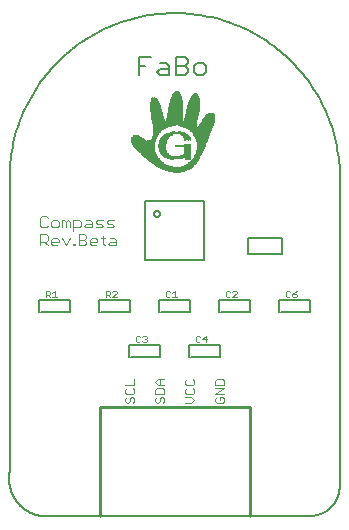
<source format=gto>
G75*
%MOIN*%
%OFA0B0*%
%FSLAX25Y25*%
%IPPOS*%
%LPD*%
%AMOC8*
5,1,8,0,0,1.08239X$1,22.5*
%
%ADD10C,0.00300*%
%ADD11C,0.00500*%
%ADD12C,0.01000*%
%ADD13R,0.00100X0.01100*%
%ADD14R,0.00100X0.01600*%
%ADD15R,0.00100X0.01900*%
%ADD16R,0.00100X0.02200*%
%ADD17R,0.00100X0.02500*%
%ADD18R,0.00100X0.02800*%
%ADD19R,0.00100X0.03100*%
%ADD20R,0.00100X0.03300*%
%ADD21R,0.00100X0.03500*%
%ADD22R,0.00100X0.03700*%
%ADD23R,0.00100X0.03800*%
%ADD24R,0.00100X0.04100*%
%ADD25R,0.00100X0.04200*%
%ADD26R,0.00100X0.04400*%
%ADD27R,0.00100X0.04500*%
%ADD28R,0.00100X0.04700*%
%ADD29R,0.00100X0.04900*%
%ADD30R,0.00100X0.05000*%
%ADD31R,0.00100X0.05100*%
%ADD32R,0.00100X0.05200*%
%ADD33R,0.00100X0.05300*%
%ADD34R,0.00100X0.05400*%
%ADD35R,0.00100X0.05500*%
%ADD36R,0.00100X0.05600*%
%ADD37R,0.00100X0.05700*%
%ADD38R,0.00100X0.05800*%
%ADD39R,0.00100X0.05900*%
%ADD40R,0.00100X0.06000*%
%ADD41R,0.00100X0.06100*%
%ADD42R,0.00100X0.06200*%
%ADD43R,0.00100X0.06300*%
%ADD44R,0.00100X0.06400*%
%ADD45R,0.00100X0.06500*%
%ADD46R,0.00100X0.06600*%
%ADD47R,0.00100X0.06700*%
%ADD48R,0.00100X0.06800*%
%ADD49R,0.00100X0.06900*%
%ADD50R,0.00100X0.07100*%
%ADD51R,0.00100X0.07200*%
%ADD52R,0.00100X0.03200*%
%ADD53R,0.00100X0.07400*%
%ADD54R,0.00100X0.07600*%
%ADD55R,0.00100X0.07800*%
%ADD56R,0.00100X0.08000*%
%ADD57R,0.00100X0.08100*%
%ADD58R,0.00100X0.07700*%
%ADD59R,0.00100X0.08300*%
%ADD60R,0.00100X0.08500*%
%ADD61R,0.00100X0.08800*%
%ADD62R,0.00100X0.09000*%
%ADD63R,0.00100X0.09100*%
%ADD64R,0.00100X0.09600*%
%ADD65R,0.00100X0.10100*%
%ADD66R,0.00100X0.10300*%
%ADD67R,0.00100X0.22300*%
%ADD68R,0.00100X0.22400*%
%ADD69R,0.00100X0.22500*%
%ADD70R,0.00100X0.15600*%
%ADD71R,0.00100X0.15000*%
%ADD72R,0.00100X0.14500*%
%ADD73R,0.00100X0.14200*%
%ADD74R,0.00100X0.13600*%
%ADD75R,0.00100X0.13300*%
%ADD76R,0.00100X0.04000*%
%ADD77R,0.00100X0.13000*%
%ADD78R,0.00100X0.12600*%
%ADD79R,0.00100X0.12400*%
%ADD80R,0.00100X0.12000*%
%ADD81R,0.00100X0.03400*%
%ADD82R,0.00100X0.11700*%
%ADD83R,0.00100X0.11400*%
%ADD84R,0.00100X0.11100*%
%ADD85R,0.00100X0.10800*%
%ADD86R,0.00100X0.03000*%
%ADD87R,0.00100X0.10500*%
%ADD88R,0.00100X0.01400*%
%ADD89R,0.00100X0.02900*%
%ADD90R,0.00100X0.09800*%
%ADD91R,0.00100X0.09500*%
%ADD92R,0.00100X0.03900*%
%ADD93R,0.00100X0.04300*%
%ADD94R,0.00100X0.02700*%
%ADD95R,0.00100X0.08200*%
%ADD96R,0.00100X0.02600*%
%ADD97R,0.00100X0.02400*%
%ADD98R,0.00100X0.04600*%
%ADD99R,0.00100X0.07000*%
%ADD100R,0.00100X0.02300*%
%ADD101R,0.00100X0.07300*%
%ADD102R,0.00100X0.02100*%
%ADD103R,0.00100X0.02000*%
%ADD104R,0.00100X0.03600*%
%ADD105R,0.00100X0.01800*%
%ADD106R,0.00100X0.01700*%
%ADD107R,0.00100X0.01500*%
%ADD108R,0.00100X0.07500*%
%ADD109R,0.00100X0.08400*%
%ADD110R,0.00100X0.08700*%
%ADD111R,0.00100X0.01300*%
%ADD112R,0.00100X0.01200*%
%ADD113R,0.00100X0.09200*%
%ADD114R,0.00100X0.09700*%
%ADD115R,0.00100X0.09900*%
%ADD116R,0.00100X0.01000*%
%ADD117R,0.00100X0.10600*%
%ADD118R,0.00100X0.10900*%
%ADD119R,0.00100X0.11000*%
%ADD120R,0.00100X0.00900*%
%ADD121R,0.00100X0.11200*%
%ADD122R,0.00100X0.11300*%
%ADD123R,0.00100X0.11500*%
%ADD124R,0.00100X0.11600*%
%ADD125R,0.00100X0.10000*%
%ADD126R,0.00100X0.09400*%
%ADD127R,0.00100X0.08900*%
%ADD128R,0.00100X0.04800*%
%ADD129R,0.00100X0.07900*%
%ADD130R,0.00100X0.00800*%
%ADD131R,0.00100X0.00500*%
%ADD132R,0.00100X0.12200*%
%ADD133R,0.00100X0.12900*%
%ADD134R,0.00100X0.13100*%
%ADD135R,0.00100X0.13400*%
%ADD136R,0.00100X0.13800*%
%ADD137R,0.00100X0.14000*%
%ADD138R,0.00100X0.14700*%
%ADD139R,0.00100X0.14900*%
%ADD140R,0.00100X0.15200*%
%ADD141R,0.00100X0.10200*%
%ADD142R,0.00100X0.08600*%
%ADD143R,0.00100X0.10700*%
%ADD144R,0.00100X0.10400*%
%ADD145R,0.00100X0.09300*%
%ADD146C,0.00600*%
%ADD147C,0.00200*%
D10*
X0040831Y0039450D02*
X0040348Y0039934D01*
X0040348Y0040901D01*
X0040831Y0041385D01*
X0040831Y0042397D02*
X0042766Y0042397D01*
X0043250Y0042880D01*
X0043250Y0043848D01*
X0042766Y0044331D01*
X0043250Y0045343D02*
X0043250Y0047278D01*
X0043250Y0045343D02*
X0040348Y0045343D01*
X0040831Y0044331D02*
X0040348Y0043848D01*
X0040348Y0042880D01*
X0040831Y0042397D01*
X0042283Y0041385D02*
X0041799Y0040901D01*
X0041799Y0039934D01*
X0041315Y0039450D01*
X0040831Y0039450D01*
X0042766Y0039450D02*
X0043250Y0039934D01*
X0043250Y0040901D01*
X0042766Y0041385D01*
X0042283Y0041385D01*
X0050348Y0040901D02*
X0050348Y0039934D01*
X0050831Y0039450D01*
X0051315Y0039450D01*
X0051799Y0039934D01*
X0051799Y0040901D01*
X0052283Y0041385D01*
X0052766Y0041385D01*
X0053250Y0040901D01*
X0053250Y0039934D01*
X0052766Y0039450D01*
X0050831Y0041385D02*
X0050348Y0040901D01*
X0050348Y0042397D02*
X0050348Y0043848D01*
X0050831Y0044331D01*
X0052766Y0044331D01*
X0053250Y0043848D01*
X0053250Y0042397D01*
X0050348Y0042397D01*
X0051315Y0045343D02*
X0050348Y0046311D01*
X0051315Y0047278D01*
X0053250Y0047278D01*
X0051799Y0047278D02*
X0051799Y0045343D01*
X0051315Y0045343D02*
X0053250Y0045343D01*
X0060348Y0045827D02*
X0060831Y0045343D01*
X0062766Y0045343D01*
X0063250Y0045827D01*
X0063250Y0046794D01*
X0062766Y0047278D01*
X0060831Y0047278D02*
X0060348Y0046794D01*
X0060348Y0045827D01*
X0060831Y0044331D02*
X0060348Y0043848D01*
X0060348Y0042880D01*
X0060831Y0042397D01*
X0062766Y0042397D01*
X0063250Y0042880D01*
X0063250Y0043848D01*
X0062766Y0044331D01*
X0062283Y0041385D02*
X0060348Y0041385D01*
X0062283Y0041385D02*
X0063250Y0040417D01*
X0062283Y0039450D01*
X0060348Y0039450D01*
X0070348Y0039934D02*
X0070831Y0039450D01*
X0072766Y0039450D01*
X0073250Y0039934D01*
X0073250Y0040901D01*
X0072766Y0041385D01*
X0071799Y0041385D01*
X0071799Y0040417D01*
X0070831Y0041385D02*
X0070348Y0040901D01*
X0070348Y0039934D01*
X0070348Y0042397D02*
X0073250Y0044331D01*
X0070348Y0044331D01*
X0070348Y0045343D02*
X0070348Y0046794D01*
X0070831Y0047278D01*
X0072766Y0047278D01*
X0073250Y0046794D01*
X0073250Y0045343D01*
X0070348Y0045343D01*
X0070348Y0042397D02*
X0073250Y0042397D01*
X0037131Y0091950D02*
X0035280Y0091950D01*
X0034663Y0092567D01*
X0035280Y0093184D01*
X0037131Y0093184D01*
X0037131Y0093802D02*
X0037131Y0091950D01*
X0037131Y0093802D02*
X0036514Y0094419D01*
X0035280Y0094419D01*
X0033442Y0094419D02*
X0032207Y0094419D01*
X0032824Y0095036D02*
X0032824Y0092567D01*
X0033442Y0091950D01*
X0030993Y0093184D02*
X0030993Y0093802D01*
X0030376Y0094419D01*
X0029141Y0094419D01*
X0028524Y0093802D01*
X0028524Y0092567D01*
X0029141Y0091950D01*
X0030376Y0091950D01*
X0030993Y0093184D02*
X0028524Y0093184D01*
X0027310Y0093184D02*
X0027310Y0092567D01*
X0026693Y0091950D01*
X0024841Y0091950D01*
X0024841Y0095653D01*
X0026693Y0095653D01*
X0027310Y0095036D01*
X0027310Y0094419D01*
X0026693Y0093802D01*
X0024841Y0093802D01*
X0023617Y0092567D02*
X0023617Y0091950D01*
X0022999Y0091950D01*
X0022999Y0092567D01*
X0023617Y0092567D01*
X0021785Y0094419D02*
X0020551Y0091950D01*
X0019316Y0094419D01*
X0018102Y0093802D02*
X0018102Y0093184D01*
X0015633Y0093184D01*
X0015633Y0092567D02*
X0015633Y0093802D01*
X0016250Y0094419D01*
X0017485Y0094419D01*
X0018102Y0093802D01*
X0017485Y0091950D02*
X0016250Y0091950D01*
X0015633Y0092567D01*
X0014419Y0091950D02*
X0013184Y0093184D01*
X0013802Y0093184D02*
X0014419Y0093802D01*
X0014419Y0095036D01*
X0013802Y0095653D01*
X0011950Y0095653D01*
X0011950Y0091950D01*
X0011950Y0093184D02*
X0013802Y0093184D01*
X0013802Y0097950D02*
X0012567Y0097950D01*
X0011950Y0098567D01*
X0011950Y0101036D01*
X0012567Y0101653D01*
X0013802Y0101653D01*
X0014419Y0101036D01*
X0015633Y0099802D02*
X0015633Y0098567D01*
X0016250Y0097950D01*
X0017485Y0097950D01*
X0018102Y0098567D01*
X0018102Y0099802D01*
X0017485Y0100419D01*
X0016250Y0100419D01*
X0015633Y0099802D01*
X0014419Y0098567D02*
X0013802Y0097950D01*
X0019316Y0097950D02*
X0019316Y0100419D01*
X0019933Y0100419D01*
X0020551Y0099802D01*
X0021168Y0100419D01*
X0021785Y0099802D01*
X0021785Y0097950D01*
X0022999Y0097950D02*
X0024851Y0097950D01*
X0025468Y0098567D01*
X0025468Y0099802D01*
X0024851Y0100419D01*
X0022999Y0100419D01*
X0022999Y0096716D01*
X0020551Y0097950D02*
X0020551Y0099802D01*
X0026683Y0098567D02*
X0027300Y0099184D01*
X0029151Y0099184D01*
X0029151Y0099802D02*
X0029151Y0097950D01*
X0027300Y0097950D01*
X0026683Y0098567D01*
X0027300Y0100419D02*
X0028534Y0100419D01*
X0029151Y0099802D01*
X0030366Y0099802D02*
X0030983Y0100419D01*
X0032834Y0100419D01*
X0034049Y0099802D02*
X0034666Y0100419D01*
X0036518Y0100419D01*
X0035900Y0099184D02*
X0036518Y0098567D01*
X0035900Y0097950D01*
X0034049Y0097950D01*
X0032834Y0098567D02*
X0032217Y0099184D01*
X0030983Y0099184D01*
X0030366Y0099802D01*
X0030366Y0097950D02*
X0032217Y0097950D01*
X0032834Y0098567D01*
X0034049Y0099802D02*
X0034666Y0099184D01*
X0035900Y0099184D01*
X0027310Y0093184D02*
X0026693Y0093802D01*
D11*
X0001800Y0116800D02*
X0001800Y0016800D01*
X0011800Y0001800D02*
X0101800Y0001800D01*
X0102042Y0001803D01*
X0102283Y0001812D01*
X0102524Y0001826D01*
X0102765Y0001847D01*
X0103005Y0001873D01*
X0103245Y0001905D01*
X0103484Y0001943D01*
X0103721Y0001986D01*
X0103958Y0002036D01*
X0104193Y0002091D01*
X0104427Y0002151D01*
X0104659Y0002218D01*
X0104890Y0002289D01*
X0105119Y0002367D01*
X0105346Y0002450D01*
X0105571Y0002538D01*
X0105794Y0002632D01*
X0106014Y0002731D01*
X0106232Y0002836D01*
X0106447Y0002945D01*
X0106660Y0003060D01*
X0106870Y0003180D01*
X0107076Y0003305D01*
X0107280Y0003435D01*
X0107481Y0003570D01*
X0107678Y0003710D01*
X0107872Y0003854D01*
X0108062Y0004003D01*
X0108248Y0004157D01*
X0108431Y0004315D01*
X0108610Y0004477D01*
X0108785Y0004644D01*
X0108956Y0004815D01*
X0109123Y0004990D01*
X0109285Y0005169D01*
X0109443Y0005352D01*
X0109597Y0005538D01*
X0109746Y0005728D01*
X0109890Y0005922D01*
X0110030Y0006119D01*
X0110165Y0006320D01*
X0110295Y0006524D01*
X0110420Y0006730D01*
X0110540Y0006940D01*
X0110655Y0007153D01*
X0110764Y0007368D01*
X0110869Y0007586D01*
X0110968Y0007806D01*
X0111062Y0008029D01*
X0111150Y0008254D01*
X0111233Y0008481D01*
X0111311Y0008710D01*
X0111382Y0008941D01*
X0111449Y0009173D01*
X0111509Y0009407D01*
X0111564Y0009642D01*
X0111614Y0009879D01*
X0111657Y0010116D01*
X0111695Y0010355D01*
X0111727Y0010595D01*
X0111753Y0010835D01*
X0111774Y0011076D01*
X0111788Y0011317D01*
X0111797Y0011558D01*
X0111800Y0011800D01*
X0111800Y0111800D01*
X0092509Y0094359D02*
X0092509Y0089241D01*
X0081091Y0089241D01*
X0081091Y0094359D01*
X0092509Y0094359D01*
X0091682Y0073769D02*
X0091682Y0069831D01*
X0092076Y0069831D02*
X0101918Y0069831D01*
X0101918Y0073769D01*
X0091682Y0073769D01*
X0081918Y0073769D02*
X0081918Y0069831D01*
X0072076Y0069831D01*
X0071682Y0069831D02*
X0071682Y0073769D01*
X0081918Y0073769D01*
X0071918Y0058769D02*
X0061682Y0058769D01*
X0061682Y0054831D01*
X0062076Y0054831D02*
X0071918Y0054831D01*
X0071918Y0058769D01*
X0061918Y0069831D02*
X0061918Y0073769D01*
X0051682Y0073769D01*
X0051682Y0069831D01*
X0052076Y0069831D02*
X0061918Y0069831D01*
X0051918Y0058769D02*
X0051918Y0054831D01*
X0042076Y0054831D01*
X0041682Y0054831D02*
X0041682Y0058769D01*
X0051918Y0058769D01*
X0041918Y0069831D02*
X0041918Y0073769D01*
X0031682Y0073769D01*
X0031682Y0069831D01*
X0032076Y0069831D02*
X0041918Y0069831D01*
X0046957Y0086957D02*
X0066643Y0086957D01*
X0066643Y0106643D01*
X0046957Y0106643D01*
X0046957Y0086957D01*
X0049910Y0102509D02*
X0049912Y0102571D01*
X0049918Y0102634D01*
X0049928Y0102695D01*
X0049942Y0102756D01*
X0049959Y0102816D01*
X0049980Y0102875D01*
X0050006Y0102932D01*
X0050034Y0102987D01*
X0050066Y0103041D01*
X0050102Y0103092D01*
X0050140Y0103142D01*
X0050182Y0103188D01*
X0050226Y0103232D01*
X0050274Y0103273D01*
X0050323Y0103311D01*
X0050375Y0103345D01*
X0050429Y0103376D01*
X0050485Y0103404D01*
X0050543Y0103428D01*
X0050602Y0103449D01*
X0050662Y0103465D01*
X0050723Y0103478D01*
X0050785Y0103487D01*
X0050847Y0103492D01*
X0050910Y0103493D01*
X0050972Y0103490D01*
X0051034Y0103483D01*
X0051096Y0103472D01*
X0051156Y0103457D01*
X0051216Y0103439D01*
X0051274Y0103417D01*
X0051331Y0103391D01*
X0051386Y0103361D01*
X0051439Y0103328D01*
X0051490Y0103292D01*
X0051538Y0103253D01*
X0051584Y0103210D01*
X0051627Y0103165D01*
X0051667Y0103117D01*
X0051704Y0103067D01*
X0051738Y0103014D01*
X0051769Y0102960D01*
X0051795Y0102904D01*
X0051819Y0102846D01*
X0051838Y0102786D01*
X0051854Y0102726D01*
X0051866Y0102664D01*
X0051874Y0102603D01*
X0051878Y0102540D01*
X0051878Y0102478D01*
X0051874Y0102415D01*
X0051866Y0102354D01*
X0051854Y0102292D01*
X0051838Y0102232D01*
X0051819Y0102172D01*
X0051795Y0102114D01*
X0051769Y0102058D01*
X0051738Y0102004D01*
X0051704Y0101951D01*
X0051667Y0101901D01*
X0051627Y0101853D01*
X0051584Y0101808D01*
X0051538Y0101765D01*
X0051490Y0101726D01*
X0051439Y0101690D01*
X0051386Y0101657D01*
X0051331Y0101627D01*
X0051274Y0101601D01*
X0051216Y0101579D01*
X0051156Y0101561D01*
X0051096Y0101546D01*
X0051034Y0101535D01*
X0050972Y0101528D01*
X0050910Y0101525D01*
X0050847Y0101526D01*
X0050785Y0101531D01*
X0050723Y0101540D01*
X0050662Y0101553D01*
X0050602Y0101569D01*
X0050543Y0101590D01*
X0050485Y0101614D01*
X0050429Y0101642D01*
X0050375Y0101673D01*
X0050323Y0101707D01*
X0050274Y0101745D01*
X0050226Y0101786D01*
X0050182Y0101830D01*
X0050140Y0101876D01*
X0050102Y0101926D01*
X0050066Y0101977D01*
X0050034Y0102031D01*
X0050006Y0102086D01*
X0049980Y0102143D01*
X0049959Y0102202D01*
X0049942Y0102262D01*
X0049928Y0102323D01*
X0049918Y0102384D01*
X0049912Y0102447D01*
X0049910Y0102509D01*
X0001800Y0116800D02*
X0001877Y0118139D01*
X0001987Y0119475D01*
X0002129Y0120808D01*
X0002304Y0122137D01*
X0002511Y0123462D01*
X0002750Y0124781D01*
X0003021Y0126095D01*
X0003324Y0127401D01*
X0003659Y0128699D01*
X0004026Y0129989D01*
X0004423Y0131269D01*
X0004852Y0132540D01*
X0005312Y0133799D01*
X0005802Y0135047D01*
X0006322Y0136283D01*
X0006872Y0137505D01*
X0007452Y0138714D01*
X0008061Y0139909D01*
X0008699Y0141088D01*
X0009366Y0142251D01*
X0010061Y0143398D01*
X0010783Y0144528D01*
X0011533Y0145639D01*
X0012309Y0146732D01*
X0013112Y0147806D01*
X0013941Y0148860D01*
X0014795Y0149893D01*
X0015675Y0150906D01*
X0016578Y0151896D01*
X0017506Y0152865D01*
X0018456Y0153810D01*
X0019430Y0154732D01*
X0020426Y0155630D01*
X0021443Y0156504D01*
X0022481Y0157352D01*
X0023539Y0158175D01*
X0024618Y0158972D01*
X0025715Y0159742D01*
X0026831Y0160486D01*
X0027964Y0161202D01*
X0029115Y0161890D01*
X0030282Y0162550D01*
X0031465Y0163182D01*
X0032663Y0163784D01*
X0033875Y0164357D01*
X0035101Y0164901D01*
X0036339Y0165414D01*
X0037590Y0165897D01*
X0038852Y0166349D01*
X0040125Y0166771D01*
X0041408Y0167162D01*
X0042699Y0167521D01*
X0044000Y0167848D01*
X0045307Y0168144D01*
X0046622Y0168408D01*
X0047943Y0168640D01*
X0049268Y0168839D01*
X0050599Y0169007D01*
X0051933Y0169141D01*
X0053270Y0169244D01*
X0054609Y0169313D01*
X0055949Y0169350D01*
X0057290Y0169355D01*
X0058630Y0169327D01*
X0059970Y0169266D01*
X0061307Y0169172D01*
X0062642Y0169046D01*
X0063973Y0168888D01*
X0065300Y0168697D01*
X0066623Y0168474D01*
X0067939Y0168218D01*
X0069248Y0167931D01*
X0070551Y0167612D01*
X0071845Y0167262D01*
X0073130Y0166879D01*
X0074406Y0166466D01*
X0075671Y0166022D01*
X0076925Y0165547D01*
X0078167Y0165042D01*
X0079396Y0164507D01*
X0080612Y0163941D01*
X0081813Y0163347D01*
X0083000Y0162723D01*
X0084172Y0162071D01*
X0085327Y0161390D01*
X0086465Y0160682D01*
X0087586Y0159945D01*
X0088688Y0159182D01*
X0089772Y0158392D01*
X0090836Y0157576D01*
X0091879Y0156735D01*
X0092902Y0155868D01*
X0093904Y0154977D01*
X0094883Y0154061D01*
X0095840Y0153122D01*
X0096774Y0152160D01*
X0097684Y0151175D01*
X0098570Y0150169D01*
X0099431Y0149141D01*
X0100267Y0148092D01*
X0101077Y0147024D01*
X0101860Y0145936D01*
X0102617Y0144829D01*
X0103347Y0143705D01*
X0104049Y0142562D01*
X0104724Y0141403D01*
X0105369Y0140228D01*
X0105986Y0139038D01*
X0106574Y0137833D01*
X0107133Y0136614D01*
X0107661Y0135382D01*
X0108159Y0134137D01*
X0108627Y0132880D01*
X0109064Y0131613D01*
X0109470Y0130335D01*
X0109845Y0129048D01*
X0110188Y0127752D01*
X0110500Y0126447D01*
X0110780Y0125136D01*
X0111028Y0123819D01*
X0111244Y0122495D01*
X0111427Y0121167D01*
X0111578Y0119835D01*
X0111697Y0118499D01*
X0111783Y0117161D01*
X0111836Y0115821D01*
X0111857Y0114481D01*
X0111845Y0113140D01*
X0111800Y0111800D01*
X0021918Y0073769D02*
X0021918Y0069831D01*
X0012076Y0069831D01*
X0011682Y0069831D02*
X0011682Y0073769D01*
X0021918Y0073769D01*
X0001800Y0016800D02*
X0001743Y0016497D01*
X0001693Y0016193D01*
X0001651Y0015888D01*
X0001617Y0015582D01*
X0001589Y0015275D01*
X0001569Y0014968D01*
X0001557Y0014660D01*
X0001552Y0014352D01*
X0001555Y0014044D01*
X0001564Y0013736D01*
X0001582Y0013428D01*
X0001607Y0013121D01*
X0001639Y0012815D01*
X0001678Y0012509D01*
X0001725Y0012205D01*
X0001780Y0011902D01*
X0001841Y0011600D01*
X0001910Y0011300D01*
X0001986Y0011001D01*
X0002070Y0010704D01*
X0002160Y0010410D01*
X0002258Y0010118D01*
X0002362Y0009828D01*
X0002474Y0009541D01*
X0002592Y0009256D01*
X0002717Y0008975D01*
X0002849Y0008697D01*
X0002988Y0008422D01*
X0003134Y0008150D01*
X0003285Y0007882D01*
X0003444Y0007618D01*
X0003608Y0007357D01*
X0003779Y0007101D01*
X0003956Y0006849D01*
X0004139Y0006601D01*
X0004328Y0006358D01*
X0004523Y0006119D01*
X0004724Y0005885D01*
X0004930Y0005656D01*
X0005141Y0005433D01*
X0005358Y0005214D01*
X0005581Y0005000D01*
X0005808Y0004792D01*
X0006040Y0004590D01*
X0006277Y0004393D01*
X0006519Y0004202D01*
X0006765Y0004017D01*
X0007016Y0003838D01*
X0007271Y0003665D01*
X0007530Y0003498D01*
X0007793Y0003338D01*
X0008059Y0003184D01*
X0008330Y0003036D01*
X0008604Y0002895D01*
X0008881Y0002761D01*
X0009161Y0002634D01*
X0009445Y0002513D01*
X0009731Y0002399D01*
X0010020Y0002292D01*
X0010311Y0002192D01*
X0010605Y0002099D01*
X0010901Y0002013D01*
X0011199Y0001935D01*
X0011499Y0001864D01*
X0011800Y0001800D01*
D12*
X0031800Y0001800D02*
X0031800Y0038050D01*
X0081800Y0038050D01*
X0081800Y0001800D01*
D13*
X0059153Y0121309D03*
X0059353Y0121409D03*
X0059453Y0121509D03*
X0059553Y0121509D03*
X0056553Y0121009D03*
X0056453Y0121009D03*
X0056353Y0121009D03*
X0056253Y0121009D03*
X0056153Y0121009D03*
X0055853Y0129109D03*
X0056053Y0129209D03*
X0056153Y0129209D03*
X0058753Y0129309D03*
X0059053Y0129209D03*
X0059153Y0129209D03*
X0059253Y0129209D03*
X0048853Y0138009D03*
X0042453Y0127109D03*
D14*
X0042553Y0127059D03*
X0054953Y0128659D03*
X0055053Y0128759D03*
X0059853Y0128859D03*
X0061753Y0127759D03*
X0060153Y0122059D03*
X0054953Y0121459D03*
X0054853Y0121559D03*
X0059553Y0138759D03*
D15*
X0059953Y0132309D03*
X0060053Y0128609D03*
X0061453Y0127909D03*
X0060253Y0122209D03*
X0055853Y0117309D03*
X0055753Y0117309D03*
X0054653Y0128409D03*
X0054753Y0128509D03*
X0042653Y0127009D03*
D16*
X0042753Y0126959D03*
X0053253Y0118259D03*
X0053453Y0118159D03*
X0053553Y0118059D03*
X0053653Y0118059D03*
X0053753Y0117959D03*
X0054353Y0121959D03*
X0058253Y0117159D03*
X0059353Y0117359D03*
X0059753Y0117459D03*
X0059953Y0117559D03*
X0060053Y0117559D03*
X0060153Y0117659D03*
X0060253Y0117659D03*
X0060353Y0117659D03*
X0060453Y0117759D03*
X0060553Y0117759D03*
X0060753Y0117859D03*
X0060953Y0117959D03*
X0060953Y0128059D03*
X0061053Y0128059D03*
D17*
X0060453Y0128209D03*
X0060353Y0128209D03*
X0060153Y0132509D03*
X0053753Y0132109D03*
X0054253Y0127909D03*
X0052453Y0118709D03*
X0052653Y0118609D03*
X0062153Y0118709D03*
X0062253Y0118809D03*
X0062453Y0118909D03*
X0042853Y0126909D03*
D18*
X0042953Y0126859D03*
X0051953Y0119059D03*
X0052053Y0119059D03*
X0054153Y0127759D03*
X0060253Y0132659D03*
X0063353Y0119859D03*
X0063253Y0119759D03*
X0063153Y0119659D03*
D19*
X0063653Y0120309D03*
X0054353Y0132709D03*
X0051653Y0119409D03*
X0043053Y0126809D03*
D20*
X0043153Y0126809D03*
D21*
X0043253Y0126709D03*
X0051053Y0120009D03*
X0053353Y0132409D03*
D22*
X0050953Y0120109D03*
X0043353Y0126709D03*
X0064153Y0121209D03*
D23*
X0064253Y0121459D03*
X0060453Y0133059D03*
X0053953Y0127159D03*
X0050853Y0120259D03*
X0043453Y0126659D03*
X0069853Y0133959D03*
D24*
X0069753Y0133909D03*
X0065153Y0138909D03*
X0043553Y0126609D03*
D25*
X0043653Y0126559D03*
X0050653Y0120559D03*
X0053153Y0132659D03*
X0064153Y0129059D03*
D26*
X0060353Y0123359D03*
X0054553Y0133459D03*
X0050553Y0120759D03*
X0043853Y0126459D03*
X0043753Y0126459D03*
D27*
X0043953Y0126409D03*
X0064253Y0128909D03*
X0064453Y0122109D03*
D28*
X0060453Y0123209D03*
X0052153Y0125009D03*
X0050453Y0120909D03*
X0044053Y0126309D03*
D29*
X0044153Y0126309D03*
X0044253Y0126209D03*
X0049053Y0137809D03*
X0054653Y0133809D03*
X0064353Y0128709D03*
X0065053Y0138809D03*
D30*
X0069453Y0133559D03*
X0060553Y0123059D03*
X0052953Y0132859D03*
X0044353Y0126159D03*
X0050353Y0121159D03*
D31*
X0052253Y0125009D03*
X0044453Y0126109D03*
X0060653Y0123009D03*
X0060753Y0123009D03*
X0060853Y0123009D03*
X0060953Y0123009D03*
X0061053Y0123009D03*
X0061153Y0123009D03*
X0061253Y0123009D03*
X0061353Y0123009D03*
X0061453Y0123009D03*
X0061553Y0123009D03*
X0061653Y0123009D03*
X0061753Y0123009D03*
X0061853Y0123009D03*
X0061953Y0123009D03*
X0062053Y0123009D03*
X0062153Y0123009D03*
X0062253Y0123009D03*
X0062353Y0123009D03*
D32*
X0044553Y0126059D03*
D33*
X0044653Y0126009D03*
X0060753Y0133609D03*
X0069353Y0133409D03*
D34*
X0054753Y0134059D03*
X0052353Y0124959D03*
X0045053Y0125759D03*
X0044953Y0125859D03*
X0044853Y0125859D03*
X0044753Y0125959D03*
D35*
X0045153Y0125709D03*
X0045253Y0125609D03*
X0045353Y0125509D03*
X0045453Y0125409D03*
X0050253Y0121509D03*
X0052853Y0133009D03*
X0069253Y0133309D03*
D36*
X0064453Y0128359D03*
X0046253Y0124759D03*
X0046153Y0124859D03*
X0045853Y0125059D03*
X0045753Y0125159D03*
X0045653Y0125259D03*
X0045553Y0125359D03*
D37*
X0045953Y0125009D03*
X0046053Y0124909D03*
X0046353Y0124709D03*
X0046453Y0124609D03*
X0046553Y0124509D03*
X0046653Y0124409D03*
X0046753Y0124409D03*
X0052453Y0125009D03*
X0064953Y0138709D03*
X0069153Y0133209D03*
D38*
X0060853Y0133859D03*
X0047153Y0124059D03*
X0047053Y0124159D03*
X0046953Y0124159D03*
X0046853Y0124259D03*
D39*
X0047253Y0124009D03*
X0052553Y0125009D03*
X0049153Y0137709D03*
D40*
X0052753Y0133259D03*
X0054853Y0134359D03*
X0047353Y0123959D03*
X0069053Y0133059D03*
D41*
X0052653Y0125009D03*
X0047553Y0123809D03*
X0047453Y0123909D03*
D42*
X0047653Y0123759D03*
X0047753Y0123759D03*
D43*
X0047853Y0123709D03*
X0052753Y0125009D03*
X0064853Y0138609D03*
X0068953Y0132909D03*
D44*
X0047953Y0123659D03*
D45*
X0048053Y0123609D03*
X0052853Y0125009D03*
X0052653Y0133409D03*
X0049253Y0137609D03*
D46*
X0054953Y0134759D03*
X0060953Y0134159D03*
X0068853Y0132759D03*
X0048253Y0123559D03*
X0048153Y0123559D03*
D47*
X0048353Y0123509D03*
X0052953Y0125009D03*
D48*
X0048453Y0123459D03*
X0064753Y0138459D03*
X0068753Y0132659D03*
D49*
X0052553Y0133509D03*
X0053053Y0125009D03*
X0048553Y0123409D03*
D50*
X0048653Y0123409D03*
X0048753Y0123409D03*
X0049353Y0137409D03*
X0061053Y0134309D03*
D51*
X0068553Y0132359D03*
X0053253Y0125059D03*
X0048853Y0123359D03*
D52*
X0051353Y0119659D03*
X0051453Y0119559D03*
X0054053Y0127559D03*
X0053453Y0132359D03*
X0048953Y0137959D03*
X0063953Y0120759D03*
X0063853Y0120559D03*
X0063753Y0120459D03*
D53*
X0053453Y0125059D03*
X0048953Y0123359D03*
X0052453Y0133659D03*
D54*
X0053553Y0125059D03*
X0049053Y0123359D03*
X0061153Y0134559D03*
X0068453Y0132159D03*
D55*
X0068353Y0132059D03*
X0053753Y0125059D03*
X0049153Y0123359D03*
X0052353Y0133759D03*
D56*
X0055353Y0135559D03*
X0053853Y0125059D03*
X0049253Y0123359D03*
D57*
X0049353Y0123409D03*
D58*
X0053653Y0125009D03*
X0055253Y0135409D03*
X0049453Y0137209D03*
X0064653Y0138309D03*
D59*
X0061353Y0134809D03*
X0049453Y0123509D03*
D60*
X0049553Y0136909D03*
D61*
X0052153Y0134059D03*
X0049553Y0123559D03*
X0067853Y0131259D03*
D62*
X0055653Y0136159D03*
X0049653Y0136659D03*
D63*
X0052053Y0134109D03*
X0049653Y0123709D03*
X0064353Y0137909D03*
X0067753Y0131109D03*
D64*
X0067453Y0130659D03*
X0064253Y0137759D03*
X0049753Y0136459D03*
X0049753Y0123859D03*
D65*
X0051753Y0134309D03*
X0049853Y0136209D03*
X0056153Y0136809D03*
X0061853Y0135309D03*
X0067153Y0130109D03*
X0067053Y0129909D03*
D66*
X0066853Y0129509D03*
X0061953Y0135409D03*
X0059053Y0136809D03*
X0056253Y0136909D03*
X0049853Y0124109D03*
D67*
X0049953Y0130109D03*
D68*
X0050053Y0130059D03*
D69*
X0050153Y0130009D03*
D70*
X0050253Y0133459D03*
D71*
X0050353Y0133759D03*
D72*
X0050453Y0133909D03*
X0063653Y0135409D03*
D73*
X0063553Y0135459D03*
X0050553Y0134059D03*
D74*
X0050653Y0134159D03*
X0063253Y0135559D03*
D75*
X0050753Y0134209D03*
D76*
X0053253Y0132559D03*
X0050753Y0120359D03*
X0064353Y0121759D03*
X0064053Y0129359D03*
D77*
X0050853Y0134259D03*
D78*
X0050953Y0134359D03*
X0062853Y0135659D03*
D79*
X0062753Y0135659D03*
X0051053Y0134359D03*
D80*
X0051153Y0134359D03*
X0062553Y0135659D03*
D81*
X0060353Y0132859D03*
X0064053Y0120959D03*
X0069953Y0134059D03*
X0051853Y0124959D03*
X0051153Y0119859D03*
X0051253Y0119759D03*
D82*
X0051253Y0134409D03*
X0062453Y0135609D03*
D83*
X0062353Y0135559D03*
X0057253Y0137559D03*
X0057153Y0137559D03*
X0051353Y0134359D03*
D84*
X0051453Y0134409D03*
X0056853Y0137409D03*
X0058453Y0137309D03*
X0064053Y0137209D03*
X0065053Y0126309D03*
X0064953Y0126209D03*
X0064853Y0126009D03*
X0064753Y0125909D03*
D85*
X0065753Y0127459D03*
X0065853Y0127659D03*
X0065953Y0127859D03*
X0066053Y0128059D03*
X0058753Y0137059D03*
X0056553Y0137159D03*
X0051553Y0134359D03*
D86*
X0059553Y0132959D03*
X0051553Y0119459D03*
X0051753Y0119259D03*
X0070053Y0134159D03*
D87*
X0066653Y0129209D03*
X0058953Y0136909D03*
X0056353Y0137009D03*
X0051653Y0134309D03*
D88*
X0055453Y0128959D03*
X0051653Y0124959D03*
X0055153Y0121359D03*
X0055253Y0121359D03*
X0055353Y0121259D03*
X0055453Y0121259D03*
X0059853Y0121759D03*
X0059953Y0121859D03*
X0061953Y0127659D03*
X0059753Y0128959D03*
D89*
X0053553Y0132209D03*
X0051753Y0125009D03*
X0054053Y0122409D03*
X0051853Y0119209D03*
X0063453Y0120009D03*
X0063553Y0120109D03*
D90*
X0067253Y0130259D03*
X0061753Y0135259D03*
X0051853Y0134259D03*
D91*
X0051953Y0134209D03*
X0055853Y0136409D03*
X0061653Y0135209D03*
D92*
X0054453Y0133209D03*
X0051953Y0125009D03*
D93*
X0052053Y0125009D03*
X0060553Y0133209D03*
X0069653Y0133809D03*
D94*
X0063053Y0119509D03*
X0062953Y0119409D03*
X0062853Y0119309D03*
X0062753Y0119209D03*
X0053653Y0132209D03*
X0052153Y0119009D03*
D95*
X0052253Y0133859D03*
X0064553Y0138159D03*
X0068153Y0131759D03*
D96*
X0060253Y0128259D03*
X0062653Y0119159D03*
X0062553Y0119059D03*
X0054153Y0122259D03*
X0052253Y0118859D03*
X0052353Y0118759D03*
X0052553Y0118659D03*
X0054253Y0132459D03*
D97*
X0054353Y0128059D03*
X0059653Y0132659D03*
X0060553Y0128159D03*
X0060653Y0128159D03*
X0062353Y0118859D03*
X0062053Y0118659D03*
X0061953Y0118559D03*
X0061853Y0118459D03*
X0061753Y0118359D03*
X0061653Y0118359D03*
X0053053Y0118359D03*
X0052953Y0118359D03*
X0052853Y0118459D03*
X0052753Y0118559D03*
D98*
X0053053Y0132759D03*
D99*
X0055053Y0134959D03*
X0053153Y0125059D03*
X0068653Y0132559D03*
D100*
X0070153Y0134309D03*
X0060853Y0128109D03*
X0060753Y0128109D03*
X0061553Y0118309D03*
X0061453Y0118209D03*
X0061353Y0118209D03*
X0061253Y0118109D03*
X0061153Y0118109D03*
X0061053Y0118009D03*
X0060853Y0117909D03*
X0060653Y0117809D03*
X0054253Y0122109D03*
X0053153Y0118309D03*
X0053353Y0118209D03*
X0054153Y0132209D03*
D101*
X0053353Y0125009D03*
D102*
X0054453Y0128209D03*
X0054553Y0128309D03*
X0053853Y0132009D03*
X0060053Y0132409D03*
X0060153Y0128509D03*
X0061153Y0128009D03*
X0061253Y0128009D03*
X0059853Y0117509D03*
X0059653Y0117409D03*
X0059553Y0117409D03*
X0059453Y0117409D03*
X0059253Y0117309D03*
X0059153Y0117309D03*
X0059053Y0117309D03*
X0058953Y0117209D03*
X0058853Y0117209D03*
X0058753Y0117209D03*
X0058653Y0117209D03*
X0058553Y0117209D03*
X0058453Y0117209D03*
X0058353Y0117209D03*
X0058153Y0117109D03*
X0058053Y0117109D03*
X0057953Y0117109D03*
X0057853Y0117109D03*
X0057753Y0117109D03*
X0057653Y0117109D03*
X0057553Y0117109D03*
X0057453Y0117109D03*
X0057353Y0117109D03*
X0057253Y0117109D03*
X0057153Y0117109D03*
X0056553Y0117209D03*
X0056453Y0117209D03*
X0054753Y0117609D03*
X0054453Y0117709D03*
X0054353Y0117709D03*
X0054153Y0117809D03*
X0054053Y0117809D03*
X0053953Y0117909D03*
X0053853Y0117909D03*
D103*
X0054253Y0117759D03*
X0054553Y0117659D03*
X0054653Y0117659D03*
X0054853Y0117559D03*
X0054953Y0117559D03*
X0055053Y0117459D03*
X0055153Y0117459D03*
X0055253Y0117459D03*
X0055353Y0117459D03*
X0055453Y0117359D03*
X0055553Y0117359D03*
X0055653Y0117359D03*
X0055953Y0117259D03*
X0056053Y0117259D03*
X0056153Y0117259D03*
X0056253Y0117259D03*
X0056353Y0117259D03*
X0056653Y0117159D03*
X0056753Y0117159D03*
X0056853Y0117159D03*
X0056953Y0117159D03*
X0057053Y0117159D03*
X0054453Y0121859D03*
X0053953Y0131959D03*
X0059753Y0132459D03*
X0061353Y0127959D03*
D104*
X0053953Y0122859D03*
D105*
X0054553Y0121759D03*
X0054653Y0121659D03*
X0054853Y0128559D03*
X0054053Y0131959D03*
X0061553Y0127859D03*
D106*
X0061653Y0127809D03*
X0059953Y0128809D03*
X0059853Y0132209D03*
X0054753Y0121609D03*
D107*
X0055053Y0121409D03*
X0060053Y0121909D03*
X0061853Y0127709D03*
X0055353Y0128909D03*
X0055253Y0128809D03*
X0055153Y0128809D03*
X0070253Y0134409D03*
D108*
X0055153Y0135209D03*
D109*
X0055453Y0135759D03*
X0068053Y0131659D03*
D110*
X0055553Y0136009D03*
D111*
X0055553Y0129009D03*
X0059553Y0129009D03*
X0059653Y0129009D03*
X0059753Y0121609D03*
X0055553Y0121209D03*
D112*
X0055653Y0121159D03*
X0055753Y0121159D03*
X0055853Y0121159D03*
X0055953Y0121059D03*
X0056053Y0121059D03*
X0059653Y0121559D03*
X0062053Y0127559D03*
X0059453Y0129059D03*
X0059353Y0129159D03*
X0055953Y0129159D03*
X0055753Y0129059D03*
X0055653Y0129059D03*
D113*
X0055753Y0136259D03*
X0061553Y0135059D03*
X0067653Y0130959D03*
D114*
X0067353Y0130409D03*
X0055953Y0136509D03*
D115*
X0056053Y0136709D03*
X0059253Y0136509D03*
D116*
X0058653Y0129359D03*
X0058553Y0129359D03*
X0058453Y0129359D03*
X0058353Y0129359D03*
X0058853Y0129259D03*
X0058953Y0129259D03*
X0056753Y0129359D03*
X0056653Y0129359D03*
X0056553Y0129359D03*
X0056453Y0129259D03*
X0056353Y0129259D03*
X0056253Y0129259D03*
X0062153Y0127459D03*
X0059253Y0121359D03*
X0059053Y0121259D03*
X0058953Y0121259D03*
X0058853Y0121259D03*
X0058753Y0121159D03*
X0058653Y0121159D03*
X0058453Y0121059D03*
X0058353Y0121059D03*
X0058253Y0121059D03*
X0058153Y0121059D03*
X0058053Y0121059D03*
X0057853Y0120959D03*
X0057753Y0120959D03*
X0057653Y0120959D03*
X0057553Y0120959D03*
X0057453Y0120959D03*
X0057353Y0120959D03*
X0057253Y0120959D03*
X0057153Y0120959D03*
X0057053Y0120959D03*
X0056953Y0120959D03*
X0056853Y0120959D03*
X0056753Y0120959D03*
X0056653Y0120959D03*
D117*
X0066353Y0128659D03*
X0066453Y0128859D03*
X0066553Y0128959D03*
X0062053Y0135459D03*
X0058853Y0136959D03*
X0056453Y0137059D03*
D118*
X0056653Y0137309D03*
X0058653Y0137209D03*
X0062153Y0135509D03*
X0065653Y0127309D03*
X0065553Y0127109D03*
X0065453Y0127009D03*
X0065353Y0126809D03*
D119*
X0065253Y0126659D03*
X0065153Y0126459D03*
X0058553Y0137259D03*
X0056753Y0137359D03*
D120*
X0056853Y0129409D03*
X0056953Y0129409D03*
X0057053Y0129409D03*
X0057153Y0129409D03*
X0057253Y0129409D03*
X0057353Y0129409D03*
X0057453Y0129409D03*
X0057553Y0129409D03*
X0057653Y0129409D03*
X0057753Y0129409D03*
X0057853Y0129409D03*
X0057953Y0129409D03*
X0058053Y0129409D03*
X0058153Y0129409D03*
X0058253Y0129409D03*
X0058253Y0125109D03*
X0058353Y0125109D03*
X0058453Y0125109D03*
X0058553Y0125109D03*
X0058653Y0125109D03*
X0058753Y0125109D03*
X0058853Y0125109D03*
X0058953Y0125109D03*
X0059053Y0125109D03*
X0059153Y0125109D03*
X0059253Y0125109D03*
X0059353Y0125109D03*
X0059453Y0125109D03*
X0059553Y0125109D03*
X0059653Y0125109D03*
X0059753Y0125109D03*
X0059853Y0125109D03*
X0059953Y0125109D03*
X0060053Y0125109D03*
X0060153Y0125109D03*
X0060253Y0125109D03*
X0058153Y0125109D03*
X0058053Y0125109D03*
X0057953Y0125109D03*
X0057853Y0125109D03*
X0057753Y0125109D03*
X0057653Y0125109D03*
X0057553Y0125109D03*
X0057453Y0125109D03*
X0057353Y0125109D03*
X0057253Y0125109D03*
X0057153Y0125109D03*
X0057953Y0121009D03*
X0058553Y0121109D03*
D121*
X0064653Y0125759D03*
X0062253Y0135559D03*
X0058353Y0137359D03*
X0056953Y0137459D03*
D122*
X0057053Y0137509D03*
X0058253Y0137409D03*
X0064553Y0125609D03*
D123*
X0058153Y0137509D03*
X0058053Y0137609D03*
X0057953Y0137609D03*
X0057553Y0137609D03*
X0057453Y0137609D03*
X0057353Y0137609D03*
D124*
X0057653Y0137659D03*
X0057753Y0137659D03*
X0057853Y0137659D03*
D125*
X0059153Y0136659D03*
D126*
X0059353Y0136259D03*
D127*
X0059453Y0136009D03*
X0061453Y0135009D03*
D128*
X0060653Y0133459D03*
X0069553Y0133659D03*
D129*
X0068253Y0131909D03*
X0061253Y0134709D03*
D130*
X0062253Y0127359D03*
D131*
X0062353Y0127209D03*
D132*
X0062653Y0135659D03*
D133*
X0062953Y0135709D03*
D134*
X0063053Y0135709D03*
D135*
X0063153Y0135659D03*
D136*
X0063353Y0135559D03*
D137*
X0063453Y0135559D03*
D138*
X0063753Y0135309D03*
D139*
X0063853Y0135209D03*
D140*
X0063953Y0135159D03*
D141*
X0064153Y0137559D03*
X0066953Y0129759D03*
D142*
X0067953Y0131459D03*
X0064453Y0138059D03*
D143*
X0066253Y0128409D03*
X0066153Y0128209D03*
D144*
X0066753Y0129359D03*
D145*
X0067553Y0130809D03*
D146*
X0066180Y0148800D02*
X0064178Y0148800D01*
X0063177Y0149801D01*
X0063177Y0151803D01*
X0064178Y0152803D01*
X0066180Y0152803D01*
X0067181Y0151803D01*
X0067181Y0149801D01*
X0066180Y0148800D01*
X0061103Y0149801D02*
X0060103Y0148800D01*
X0057100Y0148800D01*
X0057100Y0154805D01*
X0060103Y0154805D01*
X0061103Y0153804D01*
X0061103Y0152803D01*
X0060103Y0151803D01*
X0057100Y0151803D01*
X0055026Y0151803D02*
X0055026Y0148800D01*
X0052024Y0148800D01*
X0051023Y0149801D01*
X0052024Y0150802D01*
X0055026Y0150802D01*
X0055026Y0151803D02*
X0054025Y0152803D01*
X0052024Y0152803D01*
X0048949Y0154805D02*
X0044946Y0154805D01*
X0044946Y0148800D01*
X0044946Y0151803D02*
X0046947Y0151803D01*
X0060103Y0151803D02*
X0061103Y0150802D01*
X0061103Y0149801D01*
D147*
X0056726Y0076858D02*
X0056726Y0074656D01*
X0055992Y0074656D02*
X0057460Y0074656D01*
X0055992Y0076124D02*
X0056726Y0076858D01*
X0055250Y0076491D02*
X0054883Y0076858D01*
X0054149Y0076858D01*
X0053782Y0076491D01*
X0053782Y0075023D01*
X0054149Y0074656D01*
X0054883Y0074656D01*
X0055250Y0075023D01*
X0047093Y0061858D02*
X0046359Y0061858D01*
X0045992Y0061491D01*
X0045250Y0061491D02*
X0044883Y0061858D01*
X0044149Y0061858D01*
X0043782Y0061491D01*
X0043782Y0060023D01*
X0044149Y0059656D01*
X0044883Y0059656D01*
X0045250Y0060023D01*
X0045992Y0060023D02*
X0046359Y0059656D01*
X0047093Y0059656D01*
X0047460Y0060023D01*
X0047460Y0060390D01*
X0047093Y0060757D01*
X0046726Y0060757D01*
X0047093Y0060757D02*
X0047460Y0061124D01*
X0047460Y0061491D01*
X0047093Y0061858D01*
X0037460Y0074656D02*
X0035992Y0074656D01*
X0037460Y0076124D01*
X0037460Y0076491D01*
X0037093Y0076858D01*
X0036359Y0076858D01*
X0035992Y0076491D01*
X0035250Y0076491D02*
X0035250Y0075757D01*
X0034883Y0075390D01*
X0033782Y0075390D01*
X0034516Y0075390D02*
X0035250Y0074656D01*
X0035250Y0076491D02*
X0034883Y0076858D01*
X0033782Y0076858D01*
X0033782Y0074656D01*
X0017460Y0074656D02*
X0015992Y0074656D01*
X0016726Y0074656D02*
X0016726Y0076858D01*
X0015992Y0076124D01*
X0015250Y0076491D02*
X0015250Y0075757D01*
X0014883Y0075390D01*
X0013782Y0075390D01*
X0014516Y0075390D02*
X0015250Y0074656D01*
X0013782Y0074656D02*
X0013782Y0076858D01*
X0014883Y0076858D01*
X0015250Y0076491D01*
X0063782Y0061491D02*
X0063782Y0060023D01*
X0064149Y0059656D01*
X0064883Y0059656D01*
X0065250Y0060023D01*
X0065992Y0060757D02*
X0067460Y0060757D01*
X0067093Y0059656D02*
X0067093Y0061858D01*
X0065992Y0060757D01*
X0065250Y0061491D02*
X0064883Y0061858D01*
X0064149Y0061858D01*
X0063782Y0061491D01*
X0074149Y0074656D02*
X0073782Y0075023D01*
X0073782Y0076491D01*
X0074149Y0076858D01*
X0074883Y0076858D01*
X0075250Y0076491D01*
X0075992Y0076491D02*
X0076359Y0076858D01*
X0077093Y0076858D01*
X0077460Y0076491D01*
X0077460Y0076124D01*
X0075992Y0074656D01*
X0077460Y0074656D01*
X0075250Y0075023D02*
X0074883Y0074656D01*
X0074149Y0074656D01*
X0093782Y0075023D02*
X0094149Y0074656D01*
X0094883Y0074656D01*
X0095250Y0075023D01*
X0095992Y0075023D02*
X0096359Y0074656D01*
X0097093Y0074656D01*
X0097460Y0075023D01*
X0097460Y0075390D01*
X0097093Y0075757D01*
X0095992Y0075757D01*
X0095992Y0075023D01*
X0095992Y0075757D02*
X0096726Y0076491D01*
X0097460Y0076858D01*
X0095250Y0076491D02*
X0094883Y0076858D01*
X0094149Y0076858D01*
X0093782Y0076491D01*
X0093782Y0075023D01*
M02*

</source>
